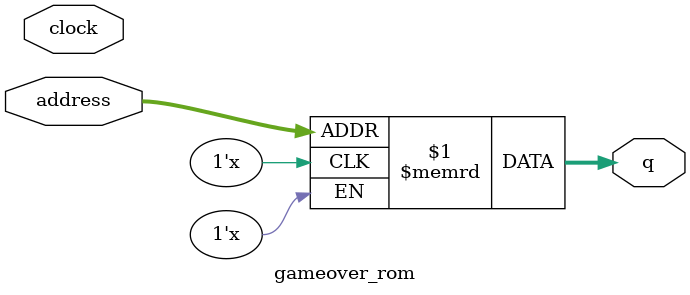
<source format=sv>
module gameover_rom (
	input logic clock,
	input logic [12:0] address,
	output logic [3:0] q
);

logic [3:0] memory [0:6499] /* synthesis ram_init_file = "./gameover/gameover.mif" */;
	assign q = memory[address];

endmodule

</source>
